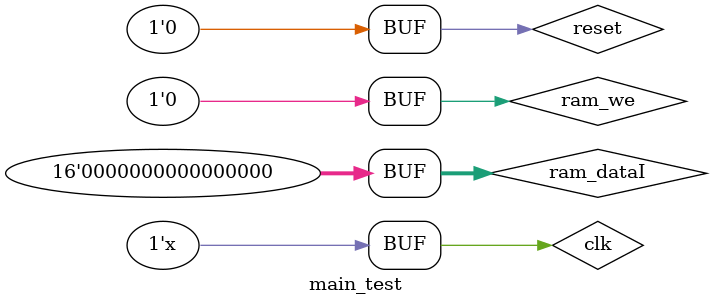
<source format=v>
`timescale 1ns / 1ps


module main_test(

    );
    wire [2:0] selA;
    wire [2:0] selB;
    wire [2:0] selD;
    wire [15:0] dataD;
    wire [15:0] dataB;
    wire [15:0] dataA;
    wire [4:0] aluop;
    wire [7:0] imm;
    wire [15:0] ram_dataO;
    wire [1:0] pc_opcode;
    wire [15:0] pc_out;
    
    wire Dwe;
    wire shld_branch;
    wire en_fetch;
    wire en_dec;
    wire en_rgrd;
    wire en_alu;
    wire en_rgwr;
    wire en_mem;
    wire update;

    reg clk;
    reg reset;
    reg ram_we = 0;
    reg [15:0] ram_dataI = 0;
    
    assign en_rgwr = (Dwe & update);
    assign pc_opcode = (reset) ? 2'b00 : ((shld_branch) ? 2'b10 : ((en_mem) ? 2'b01 : 2'b00));
     
    reg_file main_reg (selA, selB, selD, dataD, clk, en_rgrd, en_rgwr, dataA, dataB);
    inst_decoder main_dec (ram_dataO, clk, en_dec, aluop, imm, selA, selB, selD, Dwe);
    alu main_alu (aluop, dataA, dataB, imm, en_alu, clk, dataD, shld_branch);
    ctrl_unit main_ctrl (clk, reset, en_fetch, en_dec, en_rgrd, en_alu, update, en_mem);
    fake_ram main_ram (clk, ram_we, pc_out, ram_dataI, ram_dataO);
    pc_unit main_pc (clk, dataD, pc_opcode, pc_out);
    
    initial begin 
        clk = 0;
        reset = 1; #20;
        
        reset = 0;
 
        /* Old testing code
        inst = 16'b1000000011111110; // ldrl r0, #0xFE
        
        #1; reset = 0; // Enable stuff  
        wait(update == 1) inst = 16'b1000100111101101; #15;// ldrh r1, 0xed
        wait(update == 1) inst = 16'b0010001000100000; #15;// or r2, r1, r0
        wait(update == 1) inst = 16'b1000001100000001; #15;// ldrl r3, #0x01
        wait(update == 1) inst = 16'b1000010000000010; #15;// ldrl r4, #0x02 
        wait(update == 1) inst = 16'b0000001101110000; #15;// addu r3, r3, r4
        wait(update == 1) inst = 16'b0010010100001100; #15;// or r5, r0, r3
        */      
    end
    
    always begin
        #5; clk = ~clk;
    end
endmodule

</source>
